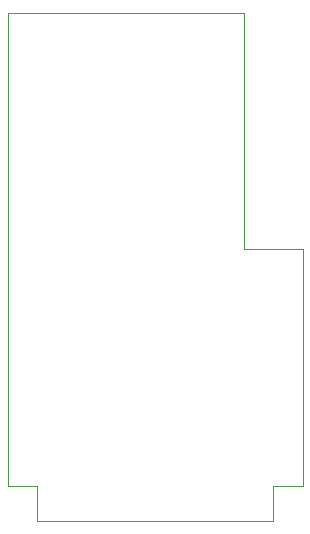
<source format=gm1>
G04 #@! TF.GenerationSoftware,KiCad,Pcbnew,9.0.4*
G04 #@! TF.CreationDate,2025-10-20T22:41:46-04:00*
G04 #@! TF.ProjectId,the-spirit-board,7468652d-7370-4697-9269-742d626f6172,rev?*
G04 #@! TF.SameCoordinates,Original*
G04 #@! TF.FileFunction,Profile,NP*
%FSLAX46Y46*%
G04 Gerber Fmt 4.6, Leading zero omitted, Abs format (unit mm)*
G04 Created by KiCad (PCBNEW 9.0.4) date 2025-10-20 22:41:46*
%MOMM*%
%LPD*%
G01*
G04 APERTURE LIST*
G04 #@! TA.AperFunction,Profile*
%ADD10C,0.050000*%
G04 #@! TD*
G04 APERTURE END LIST*
D10*
X140000000Y-102000000D02*
X160000000Y-102000000D01*
X140000000Y-142000000D02*
X140000000Y-102000000D01*
X142500000Y-142000000D02*
X140000000Y-142000000D01*
X142500000Y-145000000D02*
X142500000Y-142000000D01*
X160000000Y-102000000D02*
X160000000Y-122000000D01*
X160000000Y-122000000D02*
X165000000Y-122000000D01*
X162500000Y-142000000D02*
X162500000Y-145000000D01*
X162500000Y-145000000D02*
X142500000Y-145000000D01*
X165000000Y-122000000D02*
X165000000Y-142000000D01*
X165000000Y-142000000D02*
X162500000Y-142000000D01*
M02*

</source>
